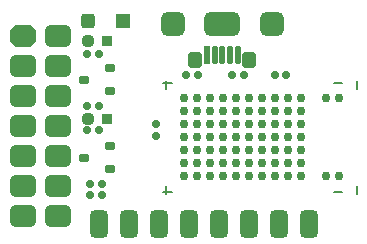
<source format=gbr>
%TF.GenerationSoftware,Altium Limited,Altium Designer,21.1.0 (24)*%
G04 Layer_Color=8388736*
%FSLAX45Y45*%
%MOMM*%
%TF.SameCoordinates,A42B3F18-A760-40AD-9EC3-E9591E309F50*%
%TF.FilePolarity,Negative*%
%TF.FileFunction,Soldermask,Top*%
%TF.Part,Single*%
G01*
G75*
%TA.AperFunction,NonConductor*%
%ADD24C,0.15000*%
%TA.AperFunction,SMDPad,CuDef*%
G04:AMPARAMS|DCode=66|XSize=1.55mm|YSize=2.35mm|CornerRadius=0.425mm|HoleSize=0mm|Usage=FLASHONLY|Rotation=0.000|XOffset=0mm|YOffset=0mm|HoleType=Round|Shape=RoundedRectangle|*
%AMROUNDEDRECTD66*
21,1,1.55000,1.50000,0,0,0.0*
21,1,0.70000,2.35000,0,0,0.0*
1,1,0.85000,0.35000,-0.75000*
1,1,0.85000,-0.35000,-0.75000*
1,1,0.85000,-0.35000,0.75000*
1,1,0.85000,0.35000,0.75000*
%
%ADD66ROUNDEDRECTD66*%
%TA.AperFunction,ComponentPad*%
G04:AMPARAMS|DCode=68|XSize=1.85mm|YSize=2.25mm|CornerRadius=0mm|HoleSize=0mm|Usage=FLASHONLY|Rotation=270.000|XOffset=0mm|YOffset=0mm|HoleType=Round|Shape=Octagon|*
%AMOCTAGOND68*
4,1,8,1.12500,0.46250,1.12500,-0.46250,0.66250,-0.92500,-0.66250,-0.92500,-1.12500,-0.46250,-1.12500,0.46250,-0.66250,0.92500,0.66250,0.92500,1.12500,0.46250,0.0*
%
%ADD68OCTAGOND68*%

G04:AMPARAMS|DCode=69|XSize=1.85mm|YSize=2.25mm|CornerRadius=0.5mm|HoleSize=0mm|Usage=FLASHONLY|Rotation=270.000|XOffset=0mm|YOffset=0mm|HoleType=Round|Shape=RoundedRectangle|*
%AMROUNDEDRECTD69*
21,1,1.85000,1.25001,0,0,270.0*
21,1,0.85000,2.25000,0,0,270.0*
1,1,1.00000,-0.62500,-0.42500*
1,1,1.00000,-0.62500,0.42500*
1,1,1.00000,0.62500,0.42500*
1,1,1.00000,0.62500,-0.42500*
%
%ADD69ROUNDEDRECTD69*%
G04:AMPARAMS|DCode=70|XSize=1.25mm|YSize=1.35mm|CornerRadius=0.35mm|HoleSize=0mm|Usage=FLASHONLY|Rotation=180.000|XOffset=0mm|YOffset=0mm|HoleType=Round|Shape=RoundedRectangle|*
%AMROUNDEDRECTD70*
21,1,1.25000,0.65000,0,0,180.0*
21,1,0.55000,1.35000,0,0,180.0*
1,1,0.70000,-0.27500,0.32500*
1,1,0.70000,0.27500,0.32500*
1,1,0.70000,0.27500,-0.32500*
1,1,0.70000,-0.27500,-0.32500*
%
%ADD70ROUNDEDRECTD70*%
G04:AMPARAMS|DCode=71|XSize=2.05mm|YSize=2.05mm|CornerRadius=0.55mm|HoleSize=0mm|Usage=FLASHONLY|Rotation=180.000|XOffset=0mm|YOffset=0mm|HoleType=Round|Shape=RoundedRectangle|*
%AMROUNDEDRECTD71*
21,1,2.05000,0.95000,0,0,180.0*
21,1,0.95000,2.05000,0,0,180.0*
1,1,1.10000,-0.47500,0.47500*
1,1,1.10000,0.47500,0.47500*
1,1,1.10000,0.47500,-0.47500*
1,1,1.10000,-0.47500,-0.47500*
%
%ADD71ROUNDEDRECTD71*%
%TA.AperFunction,SMDPad,CuDef*%
%ADD82R,1.25000X1.25000*%
G04:AMPARAMS|DCode=83|XSize=1.25mm|YSize=1.25mm|CornerRadius=0.35mm|HoleSize=0mm|Usage=FLASHONLY|Rotation=270.000|XOffset=0mm|YOffset=0mm|HoleType=Round|Shape=RoundedRectangle|*
%AMROUNDEDRECTD83*
21,1,1.25000,0.55000,0,0,270.0*
21,1,0.55000,1.25000,0,0,270.0*
1,1,0.70000,-0.27500,-0.27500*
1,1,0.70000,-0.27500,0.27500*
1,1,0.70000,0.27500,0.27500*
1,1,0.70000,0.27500,-0.27500*
%
%ADD83ROUNDEDRECTD83*%
G04:AMPARAMS|DCode=84|XSize=0.95mm|YSize=0.95mm|CornerRadius=0.275mm|HoleSize=0mm|Usage=FLASHONLY|Rotation=270.000|XOffset=0mm|YOffset=0mm|HoleType=Round|Shape=RoundedRectangle|*
%AMROUNDEDRECTD84*
21,1,0.95000,0.40000,0,0,270.0*
21,1,0.40000,0.95000,0,0,270.0*
1,1,0.55000,-0.20000,-0.20000*
1,1,0.55000,-0.20000,0.20000*
1,1,0.55000,0.20000,0.20000*
1,1,0.55000,0.20000,-0.20000*
%
%ADD84ROUNDEDRECTD84*%
%ADD85R,0.95000X0.95000*%
%TA.AperFunction,BGAPad,CuDef*%
%ADD86C,0.75000*%
%TA.AperFunction,SMDPad,CuDef*%
G04:AMPARAMS|DCode=87|XSize=0.75mm|YSize=0.85mm|CornerRadius=0.225mm|HoleSize=0mm|Usage=FLASHONLY|Rotation=270.000|XOffset=0mm|YOffset=0mm|HoleType=Round|Shape=RoundedRectangle|*
%AMROUNDEDRECTD87*
21,1,0.75000,0.40000,0,0,270.0*
21,1,0.30000,0.85000,0,0,270.0*
1,1,0.45000,-0.20000,-0.15000*
1,1,0.45000,-0.20000,0.15000*
1,1,0.45000,0.20000,0.15000*
1,1,0.45000,0.20000,-0.15000*
%
%ADD87ROUNDEDRECTD87*%
G04:AMPARAMS|DCode=88|XSize=0.65mm|YSize=0.65mm|CornerRadius=0.2mm|HoleSize=0mm|Usage=FLASHONLY|Rotation=270.000|XOffset=0mm|YOffset=0mm|HoleType=Round|Shape=RoundedRectangle|*
%AMROUNDEDRECTD88*
21,1,0.65000,0.25000,0,0,270.0*
21,1,0.25000,0.65000,0,0,270.0*
1,1,0.40000,-0.12500,-0.12500*
1,1,0.40000,-0.12500,0.12500*
1,1,0.40000,0.12500,0.12500*
1,1,0.40000,0.12500,-0.12500*
%
%ADD88ROUNDEDRECTD88*%
%ADD89R,0.53000X1.55000*%
G04:AMPARAMS|DCode=90|XSize=0.53mm|YSize=1.55mm|CornerRadius=0.17mm|HoleSize=0mm|Usage=FLASHONLY|Rotation=180.000|XOffset=0mm|YOffset=0mm|HoleType=Round|Shape=RoundedRectangle|*
%AMROUNDEDRECTD90*
21,1,0.53000,1.21000,0,0,180.0*
21,1,0.19000,1.55000,0,0,180.0*
1,1,0.34000,-0.09500,0.60500*
1,1,0.34000,0.09500,0.60500*
1,1,0.34000,0.09500,-0.60500*
1,1,0.34000,-0.09500,-0.60500*
%
%ADD90ROUNDEDRECTD90*%
G04:AMPARAMS|DCode=91|XSize=3.05mm|YSize=2.05mm|CornerRadius=0.55mm|HoleSize=0mm|Usage=FLASHONLY|Rotation=180.000|XOffset=0mm|YOffset=0mm|HoleType=Round|Shape=RoundedRectangle|*
%AMROUNDEDRECTD91*
21,1,3.05000,0.95000,0,0,180.0*
21,1,1.95000,2.05000,0,0,180.0*
1,1,1.10000,-0.97500,0.47500*
1,1,1.10000,0.97500,0.47500*
1,1,1.10000,0.97500,-0.47500*
1,1,1.10000,-0.97500,-0.47500*
%
%ADD91ROUNDEDRECTD91*%
G04:AMPARAMS|DCode=92|XSize=0.65mm|YSize=0.65mm|CornerRadius=0.2mm|HoleSize=0mm|Usage=FLASHONLY|Rotation=180.000|XOffset=0mm|YOffset=0mm|HoleType=Round|Shape=RoundedRectangle|*
%AMROUNDEDRECTD92*
21,1,0.65000,0.25000,0,0,180.0*
21,1,0.25000,0.65000,0,0,180.0*
1,1,0.40000,-0.12500,0.12500*
1,1,0.40000,0.12500,0.12500*
1,1,0.40000,0.12500,-0.12500*
1,1,0.40000,-0.12500,-0.12500*
%
%ADD92ROUNDEDRECTD92*%
D24*
X1390033Y1309995D02*
Y1380000D01*
X1390035Y420000D02*
Y489995D01*
X1370000Y439995D02*
X1440031D01*
X1370000Y1359995D02*
X1440030D01*
X3010034Y420000D02*
Y489995D01*
X2810000Y439997D02*
X2879966D01*
X3010034Y1309995D02*
Y1380000D01*
X2810034Y1360000D02*
X2880000D01*
D66*
X1588000Y170000D02*
D03*
X2604000D02*
D03*
X1842000D02*
D03*
X2096000D02*
D03*
X826000D02*
D03*
X1080000D02*
D03*
X2350000D02*
D03*
X1334000D02*
D03*
D68*
X180000Y1760000D02*
D03*
D69*
Y1506000D02*
D03*
Y1252000D02*
D03*
Y998000D02*
D03*
Y744000D02*
D03*
Y490000D02*
D03*
Y236000D02*
D03*
X474000Y1760000D02*
D03*
Y1506000D02*
D03*
Y1252000D02*
D03*
Y998000D02*
D03*
Y744000D02*
D03*
Y490000D02*
D03*
Y236000D02*
D03*
D70*
X1637500Y1560000D02*
D03*
X2097500D02*
D03*
D71*
X1450000Y1860000D02*
D03*
X2285000D02*
D03*
D82*
X1030000Y1890000D02*
D03*
D83*
X730000D02*
D03*
D84*
X730000Y1720000D02*
D03*
Y1060000D02*
D03*
D85*
X890000Y1720000D02*
D03*
Y1060000D02*
D03*
D86*
X1540000Y570000D02*
D03*
X1650000D02*
D03*
X1760000D02*
D03*
X1870000D02*
D03*
X1980000D02*
D03*
X2090000D02*
D03*
X2200000D02*
D03*
X2310000D02*
D03*
X2420000D02*
D03*
X2530000D02*
D03*
X2750000D02*
D03*
X2860000D02*
D03*
X1540000Y680000D02*
D03*
X1650000D02*
D03*
X1760000D02*
D03*
X1870000D02*
D03*
X1980000D02*
D03*
X2090000D02*
D03*
X2200000D02*
D03*
X2310000D02*
D03*
X2420000D02*
D03*
X2530000D02*
D03*
X1540000Y790000D02*
D03*
X1650000D02*
D03*
X1760000D02*
D03*
X1870000D02*
D03*
X1980000D02*
D03*
X2090000D02*
D03*
X2200000D02*
D03*
X2310000D02*
D03*
X2420000D02*
D03*
X2530000D02*
D03*
X1540000Y900000D02*
D03*
X1650000D02*
D03*
X1760000D02*
D03*
X1870000D02*
D03*
X1980000D02*
D03*
X2090000D02*
D03*
X2200000D02*
D03*
X2310000D02*
D03*
X2420000D02*
D03*
X2530000D02*
D03*
X1540000Y1010000D02*
D03*
X1650000D02*
D03*
X1760000D02*
D03*
X1870000D02*
D03*
X1980000D02*
D03*
X2090000D02*
D03*
X2200000D02*
D03*
X2310000D02*
D03*
X2420000D02*
D03*
X2530000D02*
D03*
X1540000Y1120000D02*
D03*
X1650000D02*
D03*
X1760000D02*
D03*
X1870000D02*
D03*
X1980000D02*
D03*
X2090000D02*
D03*
X2200000D02*
D03*
X2310000D02*
D03*
X2420000D02*
D03*
X2530000D02*
D03*
X1540000Y1230000D02*
D03*
X1650000D02*
D03*
X1760000D02*
D03*
X1870000D02*
D03*
X1980000D02*
D03*
X2090000D02*
D03*
X2200000D02*
D03*
X2310000D02*
D03*
X2420000D02*
D03*
X2530000D02*
D03*
X2750000D02*
D03*
X2860000D02*
D03*
D87*
X700000Y1390000D02*
D03*
X920000Y1485000D02*
D03*
Y1295000D02*
D03*
X700000Y730000D02*
D03*
X920000Y825000D02*
D03*
Y635000D02*
D03*
D88*
X720000Y1170000D02*
D03*
X820000D02*
D03*
X820000Y1610000D02*
D03*
X720000D02*
D03*
X2410000Y1430000D02*
D03*
X2310000D02*
D03*
X1950000D02*
D03*
X2050000D02*
D03*
X850000Y510000D02*
D03*
X750000D02*
D03*
X820000Y960000D02*
D03*
X720000D02*
D03*
X1660000Y1430000D02*
D03*
X1560000D02*
D03*
X850000Y410000D02*
D03*
X750000D02*
D03*
D89*
X1737500Y1600000D02*
D03*
D90*
X1802500D02*
D03*
X1867500D02*
D03*
X1932500D02*
D03*
X1997500D02*
D03*
D91*
X1867500Y1860000D02*
D03*
D92*
X1310000Y1010000D02*
D03*
Y910000D02*
D03*
%TF.MD5,919de7dd034daea65db5805d693f4484*%
M02*

</source>
